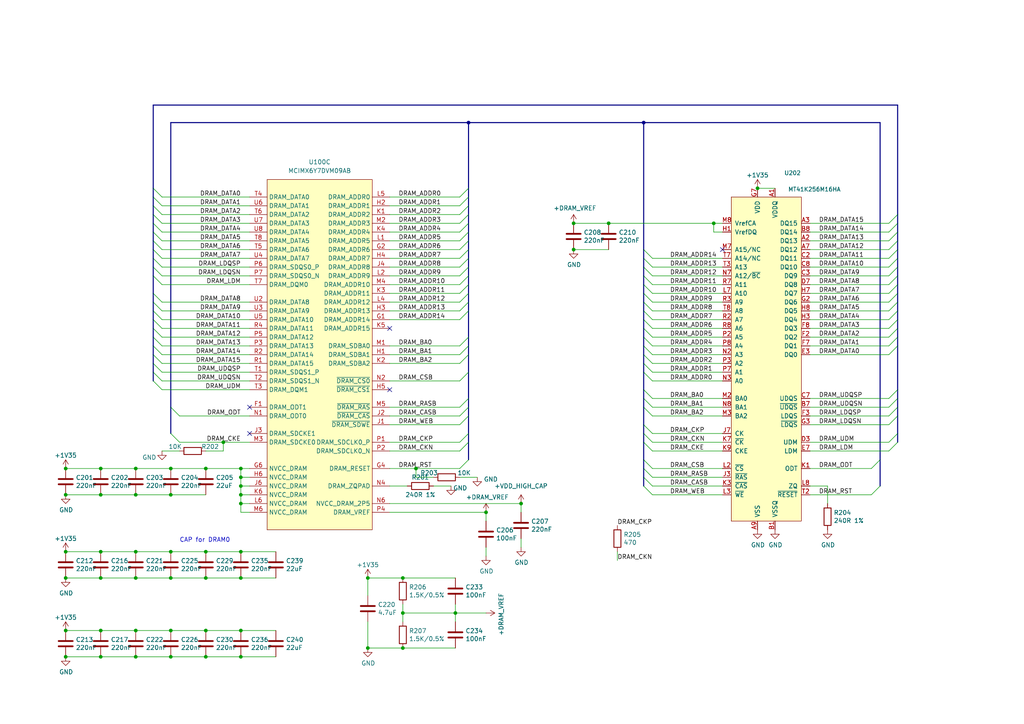
<source format=kicad_sch>
(kicad_sch (version 20211123) (generator eeschema)
  (paper "A4")
  (title_block (title "NekoInk Mainboard") (date "2021-09-28") (rev "R0.2") (company "Copyright 2021 Wenting Zhang") (comment 2 "MERCHANTABILITY, SATISFACTORY QUALITY AND FITNESS FOR A PARTICULAR PURPOSE.") (comment 3 "This source is distributed WITHOUT ANY EXPRESS OR IMPLIED WARRANTY, INCLUDING OF") (comment 4 "This source describes Open Hardware and is licensed under the CERN-OHL-P v2."))
  (junction (at 49.53 160.02) (diameter 0.9144))
  (junction (at 69.85 135.89) (diameter 0.9144))
  (junction (at 176.53 64.77) (diameter 0.9144))
  (junction (at 64.77 128.27) (diameter 0.9144))
  (junction (at 59.69 182.88) (diameter 0.9144))
  (junction (at 186.69 35.56))
  (junction (at 59.69 135.89) (diameter 0.9144))
  (junction (at 69.85 167.64) (diameter 0.9144))
  (junction (at 219.71 54.61) (diameter 0.9144))
  (junction (at 116.84 167.64) (diameter 0.9144))
  (junction (at 116.84 187.96) (diameter 0.9144))
  (junction (at 39.37 135.89) (diameter 0.9144))
  (junction (at 140.97 148.59) (diameter 0.9144))
  (junction (at 49.53 182.88) (diameter 0.9144))
  (junction (at 69.85 190.5) (diameter 0.9144))
  (junction (at 69.85 182.88) (diameter 0.9144))
  (junction (at 29.21 190.5) (diameter 0.9144))
  (junction (at 39.37 190.5) (diameter 0.9144))
  (junction (at 151.13 146.05) (diameter 0.9144))
  (junction (at 19.05 190.5) (diameter 0.9144))
  (junction (at 19.05 160.02) (diameter 0.9144))
  (junction (at 29.21 143.51) (diameter 0.9144))
  (junction (at 106.68 187.96) (diameter 0.9144))
  (junction (at 207.01 64.77) (diameter 0.9144))
  (junction (at 39.37 167.64) (diameter 0.9144))
  (junction (at 59.69 167.64) (diameter 0.9144))
  (junction (at 69.85 138.43) (diameter 0.9144))
  (junction (at 69.85 146.05) (diameter 0.9144))
  (junction (at 49.53 135.89) (diameter 0.9144))
  (junction (at 59.69 190.5) (diameter 0.9144))
  (junction (at 49.53 167.64) (diameter 0.9144))
  (junction (at 135.89 35.56))
  (junction (at 19.05 143.51) (diameter 0.9144))
  (junction (at 166.37 72.39) (diameter 0.9144))
  (junction (at 69.85 160.02) (diameter 0.9144))
  (junction (at 19.05 167.64) (diameter 0.9144))
  (junction (at 39.37 182.88) (diameter 0.9144))
  (junction (at 120.65 135.89) (diameter 0.9144))
  (junction (at 29.21 135.89) (diameter 0.9144))
  (junction (at 106.68 167.64) (diameter 0.9144))
  (junction (at 69.85 140.97) (diameter 0.9144))
  (junction (at 59.69 160.02) (diameter 0.9144))
  (junction (at 69.85 143.51) (diameter 0.9144))
  (junction (at 116.84 177.8) (diameter 0.9144))
  (junction (at 29.21 182.88) (diameter 0.9144))
  (junction (at 49.53 143.51) (diameter 0.9144))
  (junction (at 39.37 143.51) (diameter 0.9144))
  (junction (at 29.21 167.64) (diameter 0.9144))
  (junction (at 19.05 135.89) (diameter 0.9144))
  (junction (at 49.53 190.5) (diameter 0.9144))
  (junction (at 166.37 64.77) (diameter 0.9144))
  (junction (at 132.08 177.8) (diameter 0.9144))
  (junction (at 39.37 160.02) (diameter 0.9144))
  (junction (at 29.21 160.02) (diameter 0.9144))
  (junction (at 19.05 182.88) (diameter 0.9144))
  (no_connect (at 209.55 72.39))
  (no_connect (at 72.39 118.11))
  (no_connect (at 72.39 125.73))
  (no_connect (at 113.03 95.25))
  (no_connect (at 113.03 113.03))
  (bus_entry (at 257.81 87.63) (size 2.54 -2.54) (stroke (width 0.1524)))
  (bus_entry (at 257.81 97.79) (size 2.54 -2.54) (stroke (width 0.1524)))
  (bus_entry (at 46.99 105.41) (size -2.54 -2.54) (stroke (width 0.1524)))
  (bus_entry (at 257.81 118.11) (size 2.54 -2.54) (stroke (width 0.1524)))
  (bus_entry (at 133.35 64.77) (size 2.54 -2.54) (stroke (width 0.1524)))
  (bus_entry (at 257.81 130.81) (size 2.54 -2.54) (stroke (width 0.1524)))
  (bus_entry (at 133.35 87.63) (size 2.54 -2.54) (stroke (width 0.1524)))
  (bus_entry (at 46.99 102.87) (size -2.54 -2.54) (stroke (width 0.1524)))
  (bus_entry (at 133.35 69.85) (size 2.54 -2.54) (stroke (width 0.1524)))
  (bus_entry (at 46.99 69.85) (size -2.54 -2.54) (stroke (width 0.1524)))
  (bus_entry (at 133.35 59.69) (size 2.54 -2.54) (stroke (width 0.1524)))
  (bus_entry (at 133.35 130.81) (size 2.54 -2.54) (stroke (width 0.1524)))
  (bus_entry (at 186.69 72.39) (size 2.54 2.54) (stroke (width 0.1524)))
  (bus_entry (at 257.81 95.25) (size 2.54 -2.54) (stroke (width 0.1524)))
  (bus_entry (at 46.99 57.15) (size -2.54 -2.54) (stroke (width 0.1524)))
  (bus_entry (at 46.99 95.25) (size -2.54 -2.54) (stroke (width 0.1524)))
  (bus_entry (at 186.69 105.41) (size 2.54 2.54) (stroke (width 0.1524)))
  (bus_entry (at 46.99 113.03) (size -2.54 -2.54) (stroke (width 0.1524)))
  (bus_entry (at 186.69 87.63) (size 2.54 2.54) (stroke (width 0.1524)))
  (bus_entry (at 133.35 80.01) (size 2.54 -2.54) (stroke (width 0.1524)))
  (bus_entry (at 46.99 59.69) (size -2.54 -2.54) (stroke (width 0.1524)))
  (bus_entry (at 186.69 77.47) (size 2.54 2.54) (stroke (width 0.1524)))
  (bus_entry (at 133.35 123.19) (size 2.54 -2.54) (stroke (width 0.1524)))
  (bus_entry (at 46.99 67.31) (size -2.54 -2.54) (stroke (width 0.1524)))
  (bus_entry (at 46.99 100.33) (size -2.54 -2.54) (stroke (width 0.1524)))
  (bus_entry (at 133.35 82.55) (size 2.54 -2.54) (stroke (width 0.1524)))
  (bus_entry (at 186.69 90.17) (size 2.54 2.54) (stroke (width 0.1524)))
  (bus_entry (at 133.35 102.87) (size 2.54 -2.54) (stroke (width 0.1524)))
  (bus_entry (at 257.81 64.77) (size 2.54 -2.54) (stroke (width 0.1524)))
  (bus_entry (at 186.69 125.73) (size 2.54 2.54) (stroke (width 0.1524)))
  (bus_entry (at 252.73 135.89) (size 2.54 -2.54) (stroke (width 0.1524)))
  (bus_entry (at 186.69 107.95) (size 2.54 2.54) (stroke (width 0.1524)))
  (bus_entry (at 46.99 77.47) (size -2.54 -2.54) (stroke (width 0.1524)))
  (bus_entry (at 46.99 92.71) (size -2.54 -2.54) (stroke (width 0.1524)))
  (bus_entry (at 257.81 80.01) (size 2.54 -2.54) (stroke (width 0.1524)))
  (bus_entry (at 133.35 135.89) (size 2.54 -2.54) (stroke (width 0.1524)))
  (bus_entry (at 186.69 113.03) (size 2.54 2.54) (stroke (width 0.1524)))
  (bus_entry (at 133.35 57.15) (size 2.54 -2.54) (stroke (width 0.1524)))
  (bus_entry (at 257.81 123.19) (size 2.54 -2.54) (stroke (width 0.1524)))
  (bus_entry (at 46.99 107.95) (size -2.54 -2.54) (stroke (width 0.1524)))
  (bus_entry (at 52.07 128.27) (size -2.54 -2.54) (stroke (width 0.1524)))
  (bus_entry (at 133.35 90.17) (size 2.54 -2.54) (stroke (width 0.1524)))
  (bus_entry (at 257.81 92.71) (size 2.54 -2.54) (stroke (width 0.1524)))
  (bus_entry (at 46.99 97.79) (size -2.54 -2.54) (stroke (width 0.1524)))
  (bus_entry (at 46.99 110.49) (size -2.54 -2.54) (stroke (width 0.1524)))
  (bus_entry (at 186.69 74.93) (size 2.54 2.54) (stroke (width 0.1524)))
  (bus_entry (at 133.35 74.93) (size 2.54 -2.54) (stroke (width 0.1524)))
  (bus_entry (at 133.35 128.27) (size 2.54 -2.54) (stroke (width 0.1524)))
  (bus_entry (at 46.99 74.93) (size -2.54 -2.54) (stroke (width 0.1524)))
  (bus_entry (at 186.69 100.33) (size 2.54 2.54) (stroke (width 0.1524)))
  (bus_entry (at 133.35 85.09) (size 2.54 -2.54) (stroke (width 0.1524)))
  (bus_entry (at 257.81 77.47) (size 2.54 -2.54) (stroke (width 0.1524)))
  (bus_entry (at 133.35 72.39) (size 2.54 -2.54) (stroke (width 0.1524)))
  (bus_entry (at 46.99 87.63) (size -2.54 -2.54) (stroke (width 0.1524)))
  (bus_entry (at 186.69 95.25) (size 2.54 2.54) (stroke (width 0.1524)))
  (bus_entry (at 46.99 72.39) (size -2.54 -2.54) (stroke (width 0.1524)))
  (bus_entry (at 186.69 135.89) (size 2.54 2.54) (stroke (width 0.1524)))
  (bus_entry (at 257.81 69.85) (size 2.54 -2.54) (stroke (width 0.1524)))
  (bus_entry (at 46.99 82.55) (size -2.54 -2.54) (stroke (width 0.1524)))
  (bus_entry (at 133.35 120.65) (size 2.54 -2.54) (stroke (width 0.1524)))
  (bus_entry (at 46.99 80.01) (size -2.54 -2.54) (stroke (width 0.1524)))
  (bus_entry (at 186.69 115.57) (size 2.54 2.54) (stroke (width 0.1524)))
  (bus_entry (at 46.99 62.23) (size -2.54 -2.54) (stroke (width 0.1524)))
  (bus_entry (at 186.69 140.97) (size 2.54 2.54) (stroke (width 0.1524)))
  (bus_entry (at 252.73 143.51) (size 2.54 -2.54) (stroke (width 0.1524)))
  (bus_entry (at 186.69 97.79) (size 2.54 2.54) (stroke (width 0.1524)))
  (bus_entry (at 257.81 128.27) (size 2.54 -2.54) (stroke (width 0.1524)))
  (bus_entry (at 133.35 62.23) (size 2.54 -2.54) (stroke (width 0.1524)))
  (bus_entry (at 257.81 115.57) (size 2.54 -2.54) (stroke (width 0.1524)))
  (bus_entry (at 186.69 85.09) (size 2.54 2.54) (stroke (width 0.1524)))
  (bus_entry (at 257.81 102.87) (size 2.54 -2.54) (stroke (width 0.1524)))
  (bus_entry (at 186.69 133.35) (size 2.54 2.54) (stroke (width 0.1524)))
  (bus_entry (at 186.69 102.87) (size 2.54 2.54) (stroke (width 0.1524)))
  (bus_entry (at 257.81 67.31) (size 2.54 -2.54) (stroke (width 0.1524)))
  (bus_entry (at 257.81 85.09) (size 2.54 -2.54) (stroke (width 0.1524)))
  (bus_entry (at 186.69 82.55) (size 2.54 2.54) (stroke (width 0.1524)))
  (bus_entry (at 257.81 120.65) (size 2.54 -2.54) (stroke (width 0.1524)))
  (bus_entry (at 186.69 128.27) (size 2.54 2.54) (stroke (width 0.1524)))
  (bus_entry (at 133.35 77.47) (size 2.54 -2.54) (stroke (width 0.1524)))
  (bus_entry (at 186.69 123.19) (size 2.54 2.54) (stroke (width 0.1524)))
  (bus_entry (at 133.35 100.33) (size 2.54 -2.54) (stroke (width 0.1524)))
  (bus_entry (at 257.81 100.33) (size 2.54 -2.54) (stroke (width 0.1524)))
  (bus_entry (at 186.69 118.11) (size 2.54 2.54) (stroke (width 0.1524)))
  (bus_entry (at 133.35 92.71) (size 2.54 -2.54) (stroke (width 0.1524)))
  (bus_entry (at 186.69 80.01) (size 2.54 2.54) (stroke (width 0.1524)))
  (bus_entry (at 186.69 92.71) (size 2.54 2.54) (stroke (width 0.1524)))
  (bus_entry (at 46.99 90.17) (size -2.54 -2.54) (stroke (width 0.1524)))
  (bus_entry (at 133.35 105.41) (size 2.54 -2.54) (stroke (width 0.1524)))
  (bus_entry (at 257.81 82.55) (size 2.54 -2.54) (stroke (width 0.1524)))
  (bus_entry (at 133.35 67.31) (size 2.54 -2.54) (stroke (width 0.1524)))
  (bus_entry (at 186.69 138.43) (size 2.54 2.54) (stroke (width 0.1524)))
  (bus_entry (at 52.07 120.65) (size -2.54 -2.54) (stroke (width 0.1524)))
  (bus_entry (at 257.81 72.39) (size 2.54 -2.54) (stroke (width 0.1524)))
  (bus_entry (at 46.99 64.77) (size -2.54 -2.54) (stroke (width 0.1524)))
  (bus_entry (at 257.81 90.17) (size 2.54 -2.54) (stroke (width 0.1524)))
  (bus_entry (at 257.81 74.93) (size 2.54 -2.54) (stroke (width 0.1524)))
  (bus_entry (at 133.35 110.49) (size 2.54 -2.54) (stroke (width 0.1524)))
  (bus_entry (at 133.35 118.11) (size 2.54 -2.54) (stroke (width 0.1524)))
  (bus (pts (xy 44.45 105.41) (xy 44.45 107.95)))
  (wire (pts (xy 234.95 82.55) (xy 257.81 82.55)))
  (bus (pts (xy 186.69 85.09) (xy 186.69 87.63)))
  (bus (pts (xy 260.35 97.79) (xy 260.35 100.33)))
  (bus (pts (xy 255.27 133.35) (xy 255.27 140.97)))
  (bus (pts (xy 260.35 30.48) (xy 260.35 62.23)))
  (wire (pts (xy 234.95 143.51) (xy 252.73 143.51)))
  (wire (pts (xy 189.23 130.81) (xy 209.55 130.81)))
  (wire (pts (xy 69.85 138.43) (xy 69.85 135.89)))
  (wire (pts (xy 133.35 77.47) (xy 113.03 77.47)))
  (bus (pts (xy 135.89 115.57) (xy 135.89 118.11)))
  (bus (pts (xy 186.69 138.43) (xy 186.69 140.97)))
  (wire (pts (xy 72.39 140.97) (xy 69.85 140.97)))
  (wire (pts (xy 106.68 167.64) (xy 106.68 172.72)))
  (bus (pts (xy 186.69 82.55) (xy 186.69 85.09)))
  (wire (pts (xy 120.65 138.43) (xy 120.65 135.89)))
  (wire (pts (xy 125.73 138.43) (xy 120.65 138.43)))
  (bus (pts (xy 49.53 118.11) (xy 49.53 125.73)))
  (bus (pts (xy 260.35 62.23) (xy 260.35 64.77)))
  (wire (pts (xy 176.53 72.39) (xy 166.37 72.39)))
  (wire (pts (xy 189.23 107.95) (xy 209.55 107.95)))
  (bus (pts (xy 186.69 72.39) (xy 186.69 74.93)))
  (wire (pts (xy 29.21 160.02) (xy 19.05 160.02)))
  (bus (pts (xy 44.45 30.48) (xy 260.35 30.48)))
  (wire (pts (xy 72.39 113.03) (xy 46.99 113.03)))
  (bus (pts (xy 44.45 57.15) (xy 44.45 59.69)))
  (wire (pts (xy 72.39 102.87) (xy 46.99 102.87)))
  (bus (pts (xy 44.45 97.79) (xy 44.45 100.33)))
  (wire (pts (xy 234.95 123.19) (xy 257.81 123.19)))
  (wire (pts (xy 69.85 135.89) (xy 72.39 135.89)))
  (wire (pts (xy 234.95 90.17) (xy 257.81 90.17)))
  (bus (pts (xy 44.45 85.09) (xy 44.45 87.63)))
  (bus (pts (xy 135.89 67.31) (xy 135.89 69.85)))
  (bus (pts (xy 44.45 95.25) (xy 44.45 97.79)))
  (wire (pts (xy 120.65 135.89) (xy 113.03 135.89)))
  (wire (pts (xy 133.35 135.89) (xy 120.65 135.89)))
  (bus (pts (xy 260.35 87.63) (xy 260.35 90.17)))
  (wire (pts (xy 72.39 64.77) (xy 46.99 64.77)))
  (bus (pts (xy 135.89 118.11) (xy 135.89 120.65)))
  (wire (pts (xy 72.39 100.33) (xy 46.99 100.33)))
  (wire (pts (xy 133.35 102.87) (xy 113.03 102.87)))
  (wire (pts (xy 133.35 100.33) (xy 113.03 100.33)))
  (wire (pts (xy 64.77 130.81) (xy 59.69 130.81)))
  (wire (pts (xy 29.21 190.5) (xy 39.37 190.5)))
  (wire (pts (xy 72.39 59.69) (xy 46.99 59.69)))
  (wire (pts (xy 29.21 143.51) (xy 19.05 143.51)))
  (bus (pts (xy 135.89 35.56) (xy 186.69 35.56)))
  (bus (pts (xy 186.69 35.56) (xy 255.27 35.56)))
  (wire (pts (xy 69.85 146.05) (xy 72.39 146.05)))
  (wire (pts (xy 189.23 128.27) (xy 209.55 128.27)))
  (bus (pts (xy 260.35 92.71) (xy 260.35 95.25)))
  (bus (pts (xy 260.35 74.93) (xy 260.35 77.47)))
  (wire (pts (xy 234.95 72.39) (xy 257.81 72.39)))
  (wire (pts (xy 140.97 161.29) (xy 140.97 158.75)))
  (bus (pts (xy 44.45 72.39) (xy 44.45 74.93)))
  (wire (pts (xy 69.85 182.88) (xy 59.69 182.88)))
  (wire (pts (xy 72.39 138.43) (xy 69.85 138.43)))
  (wire (pts (xy 69.85 143.51) (xy 69.85 140.97)))
  (wire (pts (xy 189.23 87.63) (xy 209.55 87.63)))
  (wire (pts (xy 189.23 85.09) (xy 209.55 85.09)))
  (wire (pts (xy 72.39 105.41) (xy 46.99 105.41)))
  (bus (pts (xy 260.35 115.57) (xy 260.35 118.11)))
  (wire (pts (xy 189.23 100.33) (xy 209.55 100.33)))
  (wire (pts (xy 106.68 167.64) (xy 116.84 167.64)))
  (wire (pts (xy 189.23 138.43) (xy 209.55 138.43)))
  (wire (pts (xy 133.35 57.15) (xy 113.03 57.15)))
  (bus (pts (xy 260.35 118.11) (xy 260.35 120.65)))
  (bus (pts (xy 260.35 82.55) (xy 260.35 85.09)))
  (wire (pts (xy 72.39 74.93) (xy 46.99 74.93)))
  (bus (pts (xy 260.35 90.17) (xy 260.35 92.71)))
  (bus (pts (xy 186.69 100.33) (xy 186.69 102.87)))
  (wire (pts (xy 72.39 57.15) (xy 46.99 57.15)))
  (wire (pts (xy 29.21 182.88) (xy 39.37 182.88)))
  (bus (pts (xy 135.89 87.63) (xy 135.89 90.17)))
  (wire (pts (xy 80.01 190.5) (xy 69.85 190.5)))
  (bus (pts (xy 44.45 90.17) (xy 44.45 92.71)))
  (bus (pts (xy 44.45 69.85) (xy 44.45 72.39)))
  (wire (pts (xy 72.39 77.47) (xy 46.99 77.47)))
  (wire (pts (xy 72.39 62.23) (xy 46.99 62.23)))
  (wire (pts (xy 29.21 135.89) (xy 39.37 135.89)))
  (bus (pts (xy 135.89 59.69) (xy 135.89 62.23)))
  (wire (pts (xy 113.03 146.05) (xy 151.13 146.05)))
  (wire (pts (xy 219.71 54.61) (xy 224.79 54.61)))
  (bus (pts (xy 260.35 64.77) (xy 260.35 67.31)))
  (wire (pts (xy 72.39 95.25) (xy 46.99 95.25)))
  (wire (pts (xy 116.84 175.26) (xy 116.84 177.8)))
  (bus (pts (xy 135.89 90.17) (xy 135.89 97.79)))
  (bus (pts (xy 44.45 30.48) (xy 44.45 54.61)))
  (wire (pts (xy 189.23 77.47) (xy 209.55 77.47)))
  (wire (pts (xy 133.35 64.77) (xy 113.03 64.77)))
  (wire (pts (xy 132.08 187.96) (xy 116.84 187.96)))
  (bus (pts (xy 44.45 62.23) (xy 44.45 64.77)))
  (bus (pts (xy 44.45 59.69) (xy 44.45 62.23)))
  (bus (pts (xy 186.69 90.17) (xy 186.69 92.71)))
  (wire (pts (xy 240.03 140.97) (xy 240.03 146.05)))
  (wire (pts (xy 39.37 135.89) (xy 49.53 135.89)))
  (wire (pts (xy 59.69 135.89) (xy 69.85 135.89)))
  (wire (pts (xy 133.35 85.09) (xy 113.03 85.09)))
  (wire (pts (xy 133.35 82.55) (xy 113.03 82.55)))
  (wire (pts (xy 106.68 180.34) (xy 106.68 187.96)))
  (wire (pts (xy 72.39 67.31) (xy 46.99 67.31)))
  (bus (pts (xy 135.89 69.85) (xy 135.89 72.39)))
  (bus (pts (xy 44.45 100.33) (xy 44.45 102.87)))
  (wire (pts (xy 80.01 167.64) (xy 69.85 167.64)))
  (bus (pts (xy 255.27 35.56) (xy 255.27 133.35)))
  (wire (pts (xy 72.39 72.39) (xy 46.99 72.39)))
  (bus (pts (xy 186.69 128.27) (xy 186.69 133.35)))
  (wire (pts (xy 39.37 143.51) (xy 29.21 143.51)))
  (wire (pts (xy 29.21 160.02) (xy 39.37 160.02)))
  (wire (pts (xy 234.95 95.25) (xy 257.81 95.25)))
  (bus (pts (xy 135.89 62.23) (xy 135.89 64.77)))
  (wire (pts (xy 189.23 97.79) (xy 209.55 97.79)))
  (bus (pts (xy 44.45 87.63) (xy 44.45 90.17)))
  (bus (pts (xy 186.69 95.25) (xy 186.69 97.79)))
  (wire (pts (xy 189.23 80.01) (xy 209.55 80.01)))
  (wire (pts (xy 179.07 160.02) (xy 179.07 162.56)))
  (wire (pts (xy 234.95 102.87) (xy 257.81 102.87)))
  (bus (pts (xy 260.35 72.39) (xy 260.35 74.93)))
  (wire (pts (xy 189.23 105.41) (xy 209.55 105.41)))
  (wire (pts (xy 49.53 167.64) (xy 39.37 167.64)))
  (wire (pts (xy 133.35 92.71) (xy 113.03 92.71)))
  (wire (pts (xy 133.35 105.41) (xy 113.03 105.41)))
  (bus (pts (xy 135.89 72.39) (xy 135.89 74.93)))
  (wire (pts (xy 72.39 97.79) (xy 46.99 97.79)))
  (wire (pts (xy 133.35 130.81) (xy 113.03 130.81)))
  (bus (pts (xy 44.45 80.01) (xy 44.45 85.09)))
  (wire (pts (xy 72.39 90.17) (xy 46.99 90.17)))
  (wire (pts (xy 29.21 190.5) (xy 19.05 190.5)))
  (wire (pts (xy 133.35 69.85) (xy 113.03 69.85)))
  (wire (pts (xy 140.97 177.8) (xy 132.08 177.8)))
  (wire (pts (xy 59.69 160.02) (xy 49.53 160.02)))
  (wire (pts (xy 80.01 182.88) (xy 69.85 182.88)))
  (bus (pts (xy 44.45 102.87) (xy 44.45 105.41)))
  (wire (pts (xy 132.08 177.8) (xy 132.08 180.34)))
  (bus (pts (xy 186.69 118.11) (xy 186.69 123.19)))
  (wire (pts (xy 113.03 148.59) (xy 140.97 148.59)))
  (bus (pts (xy 44.45 64.77) (xy 44.45 67.31)))
  (bus (pts (xy 135.89 57.15) (xy 135.89 59.69)))
  (wire (pts (xy 133.35 87.63) (xy 113.03 87.63)))
  (bus (pts (xy 186.69 35.56) (xy 186.69 72.39)))
  (bus (pts (xy 186.69 125.73) (xy 186.69 128.27)))
  (bus (pts (xy 135.89 80.01) (xy 135.89 82.55)))
  (wire (pts (xy 69.85 140.97) (xy 69.85 138.43)))
  (wire (pts (xy 116.84 177.8) (xy 116.84 180.34)))
  (wire (pts (xy 29.21 167.64) (xy 19.05 167.64)))
  (wire (pts (xy 189.23 102.87) (xy 209.55 102.87)))
  (wire (pts (xy 234.95 140.97) (xy 240.03 140.97)))
  (wire (pts (xy 69.85 167.64) (xy 59.69 167.64)))
  (wire (pts (xy 72.39 80.01) (xy 46.99 80.01)))
  (bus (pts (xy 186.69 97.79) (xy 186.69 100.33)))
  (bus (pts (xy 260.35 113.03) (xy 260.35 115.57)))
  (bus (pts (xy 135.89 128.27) (xy 135.89 133.35)))
  (bus (pts (xy 186.69 105.41) (xy 186.69 107.95)))
  (wire (pts (xy 189.23 120.65) (xy 209.55 120.65)))
  (wire (pts (xy 189.23 92.71) (xy 209.55 92.71)))
  (wire (pts (xy 132.08 175.26) (xy 132.08 177.8)))
  (bus (pts (xy 49.53 35.56) (xy 49.53 118.11)))
  (bus (pts (xy 49.53 35.56) (xy 135.89 35.56)))
  (wire (pts (xy 234.95 67.31) (xy 257.81 67.31)))
  (wire (pts (xy 72.39 110.49) (xy 46.99 110.49)))
  (bus (pts (xy 260.35 67.31) (xy 260.35 69.85)))
  (wire (pts (xy 72.39 69.85) (xy 46.99 69.85)))
  (bus (pts (xy 44.45 74.93) (xy 44.45 77.47)))
  (bus (pts (xy 44.45 107.95) (xy 44.45 110.49)))
  (wire (pts (xy 234.95 92.71) (xy 257.81 92.71)))
  (wire (pts (xy 234.95 80.01) (xy 257.81 80.01)))
  (bus (pts (xy 135.89 97.79) (xy 135.89 100.33)))
  (wire (pts (xy 69.85 143.51) (xy 72.39 143.51)))
  (wire (pts (xy 234.95 128.27) (xy 257.81 128.27)))
  (bus (pts (xy 260.35 100.33) (xy 260.35 113.03)))
  (wire (pts (xy 69.85 190.5) (xy 59.69 190.5)))
  (wire (pts (xy 189.23 110.49) (xy 209.55 110.49)))
  (wire (pts (xy 252.73 135.89) (xy 234.95 135.89)))
  (wire (pts (xy 234.95 87.63) (xy 257.81 87.63)))
  (wire (pts (xy 234.95 77.47) (xy 257.81 77.47)))
  (wire (pts (xy 80.01 160.02) (xy 69.85 160.02)))
  (wire (pts (xy 52.07 130.81) (xy 46.99 130.81)))
  (bus (pts (xy 135.89 35.56) (xy 135.89 54.61)))
  (wire (pts (xy 59.69 190.5) (xy 49.53 190.5)))
  (wire (pts (xy 133.35 128.27) (xy 113.03 128.27)))
  (wire (pts (xy 234.95 64.77) (xy 257.81 64.77)))
  (bus (pts (xy 186.69 115.57) (xy 186.69 118.11)))
  (wire (pts (xy 234.95 69.85) (xy 257.81 69.85)))
  (wire (pts (xy 234.95 85.09) (xy 257.81 85.09)))
  (bus (pts (xy 186.69 87.63) (xy 186.69 90.17)))
  (wire (pts (xy 72.39 87.63) (xy 46.99 87.63)))
  (wire (pts (xy 69.85 146.05) (xy 69.85 143.51)))
  (wire (pts (xy 234.95 100.33) (xy 257.81 100.33)))
  (wire (pts (xy 234.95 120.65) (xy 257.81 120.65)))
  (bus (pts (xy 186.69 77.47) (xy 186.69 80.01)))
  (bus (pts (xy 186.69 92.71) (xy 186.69 95.25)))
  (wire (pts (xy 189.23 118.11) (xy 209.55 118.11)))
  (bus (pts (xy 135.89 85.09) (xy 135.89 87.63)))
  (wire (pts (xy 133.35 110.49) (xy 113.03 110.49)))
  (wire (pts (xy 29.21 167.64) (xy 39.37 167.64)))
  (wire (pts (xy 133.35 80.01) (xy 113.03 80.01)))
  (wire (pts (xy 189.23 74.93) (xy 209.55 74.93)))
  (bus (pts (xy 186.69 113.03) (xy 186.69 115.57)))
  (wire (pts (xy 59.69 143.51) (xy 49.53 143.51)))
  (wire (pts (xy 234.95 118.11) (xy 257.81 118.11)))
  (wire (pts (xy 49.53 143.51) (xy 39.37 143.51)))
  (wire (pts (xy 39.37 182.88) (xy 49.53 182.88)))
  (bus (pts (xy 186.69 123.19) (xy 186.69 125.73)))
  (wire (pts (xy 116.84 167.64) (xy 132.08 167.64)))
  (bus (pts (xy 135.89 74.93) (xy 135.89 77.47)))
  (wire (pts (xy 133.35 74.93) (xy 113.03 74.93)))
  (wire (pts (xy 189.23 115.57) (xy 209.55 115.57)))
  (wire (pts (xy 72.39 107.95) (xy 46.99 107.95)))
  (wire (pts (xy 39.37 160.02) (xy 49.53 160.02)))
  (wire (pts (xy 49.53 135.89) (xy 59.69 135.89)))
  (bus (pts (xy 135.89 125.73) (xy 135.89 128.27)))
  (bus (pts (xy 260.35 69.85) (xy 260.35 72.39)))
  (wire (pts (xy 189.23 143.51) (xy 209.55 143.51)))
  (bus (pts (xy 186.69 135.89) (xy 186.69 138.43)))
  (wire (pts (xy 133.35 123.19) (xy 113.03 123.19)))
  (wire (pts (xy 72.39 92.71) (xy 46.99 92.71)))
  (bus (pts (xy 260.35 80.01) (xy 260.35 82.55)))
  (bus (pts (xy 260.35 95.25) (xy 260.35 97.79)))
  (wire (pts (xy 69.85 148.59) (xy 72.39 148.59)))
  (wire (pts (xy 133.35 138.43) (xy 138.43 138.43)))
  (bus (pts (xy 186.69 107.95) (xy 186.69 113.03)))
  (wire (pts (xy 133.35 72.39) (xy 113.03 72.39)))
  (wire (pts (xy 19.05 135.89) (xy 29.21 135.89)))
  (wire (pts (xy 234.95 130.81) (xy 257.81 130.81)))
  (bus (pts (xy 135.89 120.65) (xy 135.89 125.73)))
  (wire (pts (xy 116.84 187.96) (xy 106.68 187.96)))
  (wire (pts (xy 49.53 190.5) (xy 39.37 190.5)))
  (wire (pts (xy 72.39 82.55) (xy 46.99 82.55)))
  (bus (pts (xy 44.45 77.47) (xy 44.45 80.01)))
  (wire (pts (xy 69.85 148.59) (xy 69.85 146.05)))
  (bus (pts (xy 260.35 85.09) (xy 260.35 87.63)))
  (wire (pts (xy 64.77 128.27) (xy 64.77 130.81)))
  (wire (pts (xy 176.53 64.77) (xy 207.01 64.77)))
  (wire (pts (xy 207.01 64.77) (xy 209.55 64.77)))
  (wire (pts (xy 133.35 67.31) (xy 113.03 67.31)))
  (wire (pts (xy 116.84 177.8) (xy 132.08 177.8)))
  (wire (pts (xy 189.23 95.25) (xy 209.55 95.25)))
  (wire (pts (xy 133.35 59.69) (xy 113.03 59.69)))
  (bus (pts (xy 260.35 77.47) (xy 260.35 80.01)))
  (bus (pts (xy 135.89 64.77) (xy 135.89 67.31)))
  (bus (pts (xy 135.89 54.61) (xy 135.89 57.15)))
  (wire (pts (xy 59.69 167.64) (xy 49.53 167.64)))
  (bus (pts (xy 135.89 102.87) (xy 135.89 107.95)))
  (bus (pts (xy 186.69 133.35) (xy 186.69 135.89)))
  (bus (pts (xy 186.69 74.93) (xy 186.69 77.47)))
  (bus (pts (xy 44.45 54.61) (xy 44.45 57.15)))
  (wire (pts (xy 189.23 90.17) (xy 209.55 90.17)))
  (wire (pts (xy 189.23 140.97) (xy 209.55 140.97)))
  (wire (pts (xy 125.73 140.97) (xy 130.81 140.97)))
  (wire (pts (xy 133.35 120.65) (xy 113.03 120.65)))
  (wire (pts (xy 52.07 128.27) (xy 64.77 128.27)))
  (wire (pts (xy 64.77 128.27) (xy 72.39 128.27)))
  (wire (pts (xy 133.35 90.17) (xy 113.03 90.17)))
  (wire (pts (xy 207.01 67.31) (xy 207.01 64.77)))
  (wire (pts (xy 209.55 67.31) (xy 207.01 67.31)))
  (wire (pts (xy 59.69 182.88) (xy 49.53 182.88)))
  (wire (pts (xy 234.95 97.79) (xy 257.81 97.79)))
  (bus (pts (xy 135.89 77.47) (xy 135.89 80.01)))
  (wire (pts (xy 52.07 120.65) (xy 72.39 120.65)))
  (wire (pts (xy 113.03 140.97) (xy 118.11 140.97)))
  (bus (pts (xy 44.45 67.31) (xy 44.45 69.85)))
  (wire (pts (xy 140.97 151.13) (xy 140.97 148.59)))
  (bus (pts (xy 135.89 107.95) (xy 135.89 115.57)))
  (wire (pts (xy 234.95 115.57) (xy 257.81 115.57)))
  (wire (pts (xy 29.21 182.88) (xy 19.05 182.88)))
  (bus (pts (xy 135.89 82.55) (xy 135.89 85.09)))
  (wire (pts (xy 69.85 160.02) (xy 59.69 160.02)))
  (bus (pts (xy 135.89 100.33) (xy 135.89 102.87)))
  (bus (pts (xy 260.35 120.65) (xy 260.35 125.73)))
  (wire (pts (xy 133.35 118.11) (xy 113.03 118.11)))
  (bus (pts (xy 186.69 80.01) (xy 186.69 82.55)))
  (wire (pts (xy 151.13 148.59) (xy 151.13 146.05)))
  (wire (pts (xy 133.35 62.23) (xy 113.03 62.23)))
  (bus (pts (xy 260.35 125.73) (xy 260.35 128.27)))
  (wire (pts (xy 189.23 125.73) (xy 209.55 125.73)))
  (wire (pts (xy 189.23 82.55) (xy 209.55 82.55)))
  (bus (pts (xy 186.69 102.87) (xy 186.69 105.41)))
  (wire (pts (xy 151.13 156.21) (xy 151.13 158.75)))
  (wire (pts (xy 234.95 74.93) (xy 257.81 74.93)))
  (bus (pts (xy 44.45 92.71) (xy 44.45 95.25)))
  (wire (pts (xy 189.23 135.89) (xy 209.55 135.89)))
  (wire (pts (xy 166.37 64.77) (xy 176.53 64.77)))
  (text "CAP for DRAM0" (at 52.07 157.48 0) (effects (font (size 1.27 1.27)) (justify left bottom)))
  (label "DRAM_ADDR10" (at 115.57 82.55 0))
  (label "DRAM_DATA11" (at 237.49 74.93 0))
  (label "DRAM_DATA7" (at 237.49 85.09 0))
  (label "DRAM_DATA5" (at 69.85 69.85 180))
  (label "DRAM_RST" (at 115.57 135.89 0))
  (label "DRAM_CASB" (at 115.57 120.65 0))
  (label "DRAM_UDM" (at 237.49 128.27 0))
  (label "DRAM_CKN" (at 194.31 128.27 0))
  (label "DRAM_ADDR1" (at 115.57 59.69 0))
  (label "DRAM_ADDR3" (at 115.57 64.77 0))
  (label "DRAM_CSB" (at 194.31 135.89 0))
  (label "DRAM_DATA15" (at 237.49 64.77 0))
  (label "DRAM_DATA10" (at 237.49 77.47 0))
  (label "DRAM_CASB" (at 194.31 140.97 0))
  (label "DRAM_DATA12" (at 69.85 97.79 180))
  (label "DRAM_ADDR4" (at 194.31 100.33 0))
  (label "DRAM_LDQSP" (at 69.85 77.47 180))
  (label "DRAM_ADDR7" (at 115.57 74.93 0))
  (label "DRAM_ADDR0" (at 194.31 110.49 0))
  (label "DRAM_LDM" (at 69.85 82.55 180))
  (label "DRAM_ADDR14" (at 194.31 74.93 0))
  (label "DRAM_ADDR0" (at 115.57 57.15 0))
  (label "DRAM_ADDR5" (at 194.31 97.79 0))
  (label "DRAM_DATA14" (at 69.85 102.87 180))
  (label "DRAM_RASB" (at 115.57 118.11 0))
  (label "DRAM_LDM" (at 237.49 130.81 0))
  (label "DRAM_DATA9" (at 237.49 80.01 0))
  (label "DRAM_RASB" (at 194.31 138.43 0))
  (label "DRAM_DATA2" (at 69.85 62.23 180))
  (label "DRAM_DATA14" (at 237.49 67.31 0))
  (label "DRAM_DATA0" (at 237.49 102.87 0))
  (label "DRAM_DATA12" (at 237.49 72.39 0))
  (label "DRAM_BA0" (at 194.31 115.57 0))
  (label "DRAM_CKP" (at 194.31 125.73 0))
  (label "DRAM_DATA15" (at 69.85 105.41 180))
  (label "DRAM_DATA8" (at 237.49 82.55 0))
  (label "DRAM_CKN" (at 115.57 130.81 0))
  (label "DRAM_ADDR2" (at 194.31 105.41 0))
  (label "DRAM_ADDR8" (at 115.57 77.47 0))
  (label "DRAM_DATA3" (at 237.49 95.25 0))
  (label "DRAM_DATA7" (at 69.85 74.93 180))
  (label "DRAM_ADDR13" (at 115.57 90.17 0))
  (label "DRAM_ADDR5" (at 115.57 69.85 0))
  (label "DRAM_DATA3" (at 69.85 64.77 180))
  (label "DRAM_ADDR11" (at 194.31 82.55 0))
  (label "DRAM_DATA13" (at 237.49 69.85 0))
  (label "DRAM_ADDR4" (at 115.57 67.31 0))
  (label "DRAM_ADDR12" (at 115.57 87.63 0))
  (label "DRAM_ODT" (at 237.49 135.89 0))
  (label "DRAM_DATA11" (at 69.85 95.25 180))
  (label "DRAM_ADDR2" (at 115.57 62.23 0))
  (label "DRAM_ADDR14" (at 115.57 92.71 0))
  (label "DRAM_ADDR8" (at 194.31 90.17 0))
  (label "DRAM_ADDR7" (at 194.31 92.71 0))
  (label "DRAM_CKE" (at 194.31 130.81 0))
  (label "DRAM_DATA6" (at 237.49 87.63 0))
  (label "DRAM_BA1" (at 115.57 102.87 0))
  (label "DRAM_WEB" (at 194.31 143.51 0))
  (label "DRAM_LDQSP" (at 237.49 120.65 0))
  (label "DRAM_ADDR1" (at 194.31 107.95 0))
  (label "DRAM_DATA1" (at 237.49 100.33 0))
  (label "DRAM_DATA4" (at 237.49 92.71 0))
  (label "DRAM_DATA4" (at 69.85 67.31 180))
  (label "DRAM_ODT" (at 69.85 120.65 180))
  (label "DRAM_CKE" (at 69.85 128.27 180))
  (label "DRAM_ADDR11" (at 115.57 85.09 0))
  (label "DRAM_ADDR9" (at 115.57 80.01 0))
  (label "DRAM_UDQSP" (at 237.49 115.57 0))
  (label "DRAM_BA1" (at 194.31 118.11 0))
  (label "DRAM_DATA13" (at 69.85 100.33 180))
  (label "DRAM_DATA2" (at 237.49 97.79 0))
  (label "DRAM_CSB" (at 115.57 110.49 0))
  (label "DRAM_DATA6" (at 69.85 72.39 180))
  (label "DRAM_ADDR6" (at 115.57 72.39 0))
  (label "DRAM_DATA1" (at 69.85 59.69 180))
  (label "DRAM_DATA8" (at 69.85 87.63 180))
  (label "DRAM_DATA5" (at 237.49 90.17 0))
  (label "DRAM_RST" (at 237.49 143.51 0))
  (label "DRAM_CKP" (at 179.07 152.4 0))
  (label "DRAM_ADDR13" (at 194.31 77.47 0))
  (label "DRAM_ADDR9" (at 194.31 87.63 0))
  (label "DRAM_WEB" (at 115.57 123.19 0))
  (label "DRAM_BA0" (at 115.57 100.33 0))
  (label "DRAM_UDM" (at 69.85 113.03 180))
  (label "DRAM_DATA9" (at 69.85 90.17 180))
  (label "DRAM_BA2" (at 115.57 105.41 0))
  (label "DRAM_CKN" (at 179.07 162.56 0))
  (label "DRAM_UDQSN" (at 69.85 110.49 180))
  (label "DRAM_CKP" (at 115.57 128.27 0))
  (label "DRAM_DATA0" (at 69.85 57.15 180))
  (label "DRAM_ADDR3" (at 194.31 102.87 0))
  (label "DRAM_UDQSN" (at 237.49 118.11 0))
  (label "DRAM_ADDR10" (at 194.31 85.09 0))
  (label "DRAM_UDQSP" (at 69.85 107.95 180))
  (label "DRAM_LDQSN" (at 237.49 123.19 0))
  (label "DRAM_DATA10" (at 69.85 92.71 180))
  (label "DRAM_LDQSN" (at 69.85 80.01 180))
  (label "DRAM_ADDR6" (at 194.31 95.25 0))
  (label "DRAM_ADDR12" (at 194.31 80.01 0))
  (label "DRAM_BA2" (at 194.31 120.65 0))
  (symbol (lib_id "Device:C") (at 59.69 163.83 0) (unit 1)
    (property "Reference" "C229" (at 62.611 162.6616 0) (effects (justify left)))
    (property "Value" "220nF" (at 62.611 164.973 0) (effects (justify left)))
    (property "Footprint" "Capacitor_SMD:C_0402_1005Metric" (effects hide))
  )
  (symbol (lib_id "Device:C") (at 49.53 139.7 0) (unit 1)
    (property "Reference" "C204" (at 52.451 138.5316 0) (effects (justify left)))
    (property "Value" "220nF" (at 52.451 140.843 0) (effects (justify left)))
    (property "Footprint" "Capacitor_SMD:C_0402_1005Metric" (effects hide))
  )
  (symbol (lib_id "Device:C") (at 166.37 68.58 0) (unit 1)
    (property "Reference" "C208" (at 169.291 67.4116 0) (effects (justify left)))
    (property "Value" "220nF" (at 169.291 69.723 0) (effects (justify left)))
    (property "Footprint" "Capacitor_SMD:C_0402_1005Metric" (effects hide))
  )
  (symbol (lib_id "Device:C") (at 151.13 152.4 0) (unit 1)
    (property "Reference" "C207" (at 154.051 151.2316 0) (effects (justify left)))
    (property "Value" "220nF" (at 154.051 153.543 0) (effects (justify left)))
    (property "Footprint" "Capacitor_SMD:C_0402_1005Metric" (effects hide))
  )
  (symbol (lib_id "power:GND") (at 140.97 161.29 0) (unit 1)
    (property "Reference" "#PWR0207" (effects hide))
    (property "Value" "GND" (at 141.097 165.6842 0))
  )
  (symbol (lib_id "power:+1V35") (at 19.05 160.02 0) (unit 1)
    (property "Reference" "#PWR0222" (effects hide))
    (property "Value" "+1V35" (at 19.05 156.21 0))
  )
  (symbol (lib_id "power:GND") (at 224.79 153.67 0) (unit 1)
    (property "Reference" "#PWR0218" (effects hide))
    (property "Value" "GND" (at 224.917 158.0642 0))
  )
  (symbol (lib_id "power:+1V35") (at 219.71 54.61 0) (unit 1)
    (property "Reference" "#PWR0214" (effects hide))
    (property "Value" "+1V35" (at 219.71 50.8 0))
  )
  (symbol (lib_id "Device:C") (at 19.05 163.83 0) (unit 1)
    (property "Reference" "C212" (at 21.971 162.6616 0) (effects (justify left)))
    (property "Value" "220nF" (at 21.971 164.973 0) (effects (justify left)))
    (property "Footprint" "Capacitor_SMD:C_0402_1005Metric" (effects hide))
  )
  (symbol (lib_id "power:+1V35") (at 106.68 167.64 0) (unit 1)
    (property "Reference" "#PWR0230" (effects hide))
    (property "Value" "+1V35" (at 106.68 163.83 0))
  )
  (symbol (lib_id "Device:C") (at 69.85 186.69 0) (unit 1)
    (property "Reference" "C236" (at 72.771 185.5216 0) (effects (justify left)))
    (property "Value" "220nF" (at 72.771 187.833 0) (effects (justify left)))
    (property "Footprint" "Capacitor_SMD:C_0402_1005Metric" (effects hide))
  )
  (symbol (lib_id "Device:C") (at 80.01 163.83 0) (unit 1)
    (property "Reference" "C239" (at 82.931 162.6616 0) (effects (justify left)))
    (property "Value" "22uF" (at 82.931 164.973 0) (effects (justify left)))
    (property "Footprint" "Capacitor_SMD:C_0603_1608Metric" (effects hide))
  )
  (symbol (lib_id "power:+1V35") (at 19.05 135.89 0) (unit 1)
    (property "Reference" "#PWR0154" (effects hide))
    (property "Value" "+1V35" (at 19.05 132.08 0))
  )
  (symbol (lib_id "symbols:+DRAM_VREF") (at 140.97 148.59 0) (unit 1)
    (property "Reference" "#PWR0206" (effects hide))
    (property "Value" "+DRAM_VREF" (at 141.351 144.1958 0))
  )
  (symbol (lib_id "Device:C") (at 176.53 68.58 0) (unit 1)
    (property "Reference" "C210" (at 179.451 67.4116 0) (effects (justify left)))
    (property "Value" "220nF" (at 179.451 69.723 0) (effects (justify left)))
    (property "Footprint" "Capacitor_SMD:C_0402_1005Metric" (effects hide))
  )
  (symbol (lib_id "Device:C") (at 69.85 163.83 0) (unit 1)
    (property "Reference" "C235" (at 72.771 162.6616 0) (effects (justify left)))
    (property "Value" "220nF" (at 72.771 164.973 0) (effects (justify left)))
    (property "Footprint" "Capacitor_SMD:C_0402_1005Metric" (effects hide))
  )
  (symbol (lib_id "Device:R") (at 179.07 156.21 0) (unit 1)
    (property "Reference" "R205" (at 180.848 155.0416 0) (effects (justify left)))
    (property "Value" "470" (at 180.848 157.353 0) (effects (justify left)))
    (property "Footprint" "Resistor_SMD:R_0402_1005Metric" (effects hide))
  )
  (symbol (lib_id "Device:C") (at 49.53 163.83 0) (unit 1)
    (property "Reference" "C225" (at 52.451 162.6616 0) (effects (justify left)))
    (property "Value" "220nF" (at 52.451 164.973 0) (effects (justify left)))
    (property "Footprint" "Capacitor_SMD:C_0402_1005Metric" (effects hide))
  )
  (symbol (lib_id "symbols:MCIMX6Y7DVM09AB") (at 92.71 46.99 0) (mirror y) (unit 3)
    (property "Reference" "U100" (at 92.71 46.99 0))
    (property "Value" "MCIMX6Y7DVM09AB" (at 92.71 49.53 0))
    (property "Footprint" "footprints:BGA-289_17x17_14.0x14.0mm" (effects hide))
  )
  (symbol (lib_id "Device:C") (at 59.69 139.7 0) (unit 1)
    (property "Reference" "C205" (at 62.611 138.5316 0) (effects (justify left)))
    (property "Value" "22uF" (at 62.611 140.843 0) (effects (justify left)))
    (property "Footprint" "Capacitor_SMD:C_0603_1608Metric" (effects hide))
  )
  (symbol (lib_id "power:GND") (at 106.68 187.96 0) (unit 1)
    (property "Reference" "#PWR0231" (effects hide))
    (property "Value" "GND" (at 106.807 192.3542 0))
  )
  (symbol (lib_id "Device:C") (at 106.68 176.53 0) (unit 1)
    (property "Reference" "C220" (at 109.601 175.3616 0) (effects (justify left)))
    (property "Value" "4.7uF" (at 109.601 177.673 0) (effects (justify left)))
    (property "Footprint" "Capacitor_SMD:C_0603_1608Metric" (effects hide))
  )
  (symbol (lib_id "Device:C") (at 59.69 186.69 0) (unit 1)
    (property "Reference" "C230" (at 62.611 185.5216 0) (effects (justify left)))
    (property "Value" "220nF" (at 62.611 187.833 0) (effects (justify left)))
    (property "Footprint" "Capacitor_SMD:C_0402_1005Metric" (effects hide))
  )
  (symbol (lib_id "power:GND") (at 219.71 153.67 0) (unit 1)
    (property "Reference" "#PWR0215" (effects hide))
    (property "Value" "GND" (at 219.837 158.0642 0))
  )
  (symbol (lib_id "Device:R") (at 240.03 149.86 0) (unit 1)
    (property "Reference" "R204" (at 241.808 148.6916 0) (effects (justify left)))
    (property "Value" "240R 1%" (at 241.808 151.003 0) (effects (justify left)))
    (property "Footprint" "Resistor_SMD:R_0402_1005Metric" (effects hide))
  )
  (symbol (lib_id "power:+1V35") (at 19.05 182.88 0) (unit 1)
    (property "Reference" "#PWR0224" (effects hide))
    (property "Value" "+1V35" (at 19.05 179.07 0))
  )
  (symbol (lib_id "power:GND") (at 240.03 153.67 0) (unit 1)
    (property "Reference" "#PWR0220" (effects hide))
    (property "Value" "GND" (at 240.157 158.0642 0))
  )
  (symbol (lib_id "symbols:+DRAM_VREF") (at 166.37 64.77 0) (unit 1)
    (property "Reference" "#PWR0210" (effects hide))
    (property "Value" "+DRAM_VREF" (at 166.751 60.3758 0))
  )
  (symbol (lib_id "symbols:MT41K256M16HA") (at 222.25 54.61 0) (unit 1)
    (property "Reference" "U202" (at 229.87 50.165 0) (effects (font (size 1.1938 1.1938))))
    (property "Value" "MT41K256M16HA" (at 236.22 54.9148 0) (effects (font (size 1.1938 1.1938))))
    (property "Footprint" "footprints:BGA-96_9.0x14.0mm_P0.8mm" (effects hide))
  )
  (symbol (lib_id "Device:R") (at 55.88 130.81 90) (mirror x) (unit 1)
    (property "Reference" "R202" (at 60.96 129.54 90))
    (property "Value" "10K" (at 50.8 129.54 90))
    (property "Footprint" "Resistor_SMD:R_0402_1005Metric" (effects hide))
  )
  (symbol (lib_id "power:GND") (at 19.05 167.64 0) (unit 1)
    (property "Reference" "#PWR0223" (effects hide))
    (property "Value" "GND" (at 19.177 172.0342 0))
  )
  (symbol (lib_id "Device:C") (at 140.97 154.94 0) (unit 1)
    (property "Reference" "C206" (at 143.891 153.7716 0) (effects (justify left)))
    (property "Value" "100nF" (at 143.891 156.083 0) (effects (justify left)))
    (property "Footprint" "Capacitor_SMD:C_0402_1005Metric" (effects hide))
  )
  (symbol (lib_id "power:GND") (at 19.05 143.51 0) (unit 1)
    (property "Reference" "#PWR0202" (effects hide))
    (property "Value" "GND" (at 19.177 147.9042 0))
  )
  (symbol (lib_id "Device:C") (at 39.37 163.83 0) (unit 1)
    (property "Reference" "C221" (at 42.291 162.6616 0) (effects (justify left)))
    (property "Value" "220nF" (at 42.291 164.973 0) (effects (justify left)))
    (property "Footprint" "Capacitor_SMD:C_0402_1005Metric" (effects hide))
  )
  (symbol (lib_id "Device:C") (at 132.08 184.15 0) (unit 1)
    (property "Reference" "C234" (at 135.001 182.9816 0) (effects (justify left)))
    (property "Value" "100nF" (at 135.001 185.293 0) (effects (justify left)))
    (property "Footprint" "Capacitor_SMD:C_0402_1005Metric" (effects hide))
  )
  (symbol (lib_id "symbols:+VDD_HIGH_CAP") (at 151.13 146.05 0) (unit 1)
    (property "Reference" "#PWR0116" (effects hide))
    (property "Value" "+VDD_HIGH_CAP" (at 151.13 140.97 0))
  )
  (symbol (lib_id "Device:R") (at 121.92 140.97 270) (unit 1)
    (property "Reference" "R201" (at 121.92 138.43 90))
    (property "Value" "240R 1%" (at 121.92 143.51 90))
    (property "Footprint" "Resistor_SMD:R_0402_1005Metric" (effects hide))
  )
  (symbol (lib_id "power:GND") (at 130.81 140.97 0) (unit 1)
    (property "Reference" "#PWR0203" (effects hide))
    (property "Value" "GND" (at 133.477 141.5542 0))
  )
  (symbol (lib_id "Device:C") (at 19.05 186.69 0) (unit 1)
    (property "Reference" "C213" (at 21.971 185.5216 0) (effects (justify left)))
    (property "Value" "220nF" (at 21.971 187.833 0) (effects (justify left)))
    (property "Footprint" "Capacitor_SMD:C_0402_1005Metric" (effects hide))
  )
  (symbol (lib_id "symbols:+DRAM_VREF") (at 140.97 177.8 270) (unit 1)
    (property "Reference" "#PWR0232" (effects hide))
    (property "Value" "+DRAM_VREF" (at 145.3642 178.181 0))
  )
  (symbol (lib_id "Device:C") (at 132.08 171.45 0) (unit 1)
    (property "Reference" "C233" (at 135.001 170.2816 0) (effects (justify left)))
    (property "Value" "100nF" (at 135.001 172.593 0) (effects (justify left)))
    (property "Footprint" "Capacitor_SMD:C_0402_1005Metric" (effects hide))
  )
  (symbol (lib_id "Device:C") (at 19.05 139.7 0) (unit 1)
    (property "Reference" "C201" (at 21.971 138.5316 0) (effects (justify left)))
    (property "Value" "220nF" (at 21.971 140.843 0) (effects (justify left)))
    (property "Footprint" "Capacitor_SMD:C_0402_1005Metric" (effects hide))
  )
  (symbol (lib_id "power:GND") (at 166.37 72.39 0) (unit 1)
    (property "Reference" "#PWR0211" (effects hide))
    (property "Value" "GND" (at 166.497 76.7842 0))
  )
  (symbol (lib_id "Device:C") (at 80.01 186.69 0) (unit 1)
    (property "Reference" "C240" (at 82.931 185.5216 0) (effects (justify left)))
    (property "Value" "22uF" (at 82.931 187.833 0) (effects (justify left)))
    (property "Footprint" "Capacitor_SMD:C_0603_1608Metric" (effects hide))
  )
  (symbol (lib_id "Device:R") (at 116.84 171.45 0) (unit 1)
    (property "Reference" "R206" (at 118.618 170.2816 0) (effects (justify left)))
    (property "Value" "1.5K/0.5%" (at 118.618 172.593 0) (effects (justify left)))
    (property "Footprint" "Resistor_SMD:R_0402_1005Metric" (effects hide))
  )
  (symbol (lib_id "Device:C") (at 29.21 139.7 0) (unit 1)
    (property "Reference" "C202" (at 32.131 138.5316 0) (effects (justify left)))
    (property "Value" "220nF" (at 32.131 140.843 0) (effects (justify left)))
    (property "Footprint" "Capacitor_SMD:C_0402_1005Metric" (effects hide))
  )
  (symbol (lib_id "power:GND") (at 138.43 138.43 0) (unit 1)
    (property "Reference" "#PWR0205" (effects hide))
    (property "Value" "GND" (at 142.367 139.0142 0))
  )
  (symbol (lib_id "Device:C") (at 39.37 139.7 0) (unit 1)
    (property "Reference" "C203" (at 42.291 138.5316 0) (effects (justify left)))
    (property "Value" "220nF" (at 42.291 140.843 0) (effects (justify left)))
    (property "Footprint" "Capacitor_SMD:C_0402_1005Metric" (effects hide))
  )
  (symbol (lib_id "Device:C") (at 29.21 186.69 0) (unit 1)
    (property "Reference" "C217" (at 32.131 185.5216 0) (effects (justify left)))
    (property "Value" "220nF" (at 32.131 187.833 0) (effects (justify left)))
    (property "Footprint" "Capacitor_SMD:C_0402_1005Metric" (effects hide))
  )
  (symbol (lib_id "power:GND") (at 46.99 130.81 0) (unit 1)
    (property "Reference" "#PWR0204" (effects hide))
    (property "Value" "GND" (at 43.307 132.6642 0))
  )
  (symbol (lib_id "Device:R") (at 116.84 184.15 0) (unit 1)
    (property "Reference" "R207" (at 118.618 182.9816 0) (effects (justify left)))
    (property "Value" "1.5K/0.5%" (at 118.618 185.293 0) (effects (justify left)))
    (property "Footprint" "Resistor_SMD:R_0402_1005Metric" (effects hide))
  )
  (symbol (lib_id "Device:C") (at 49.53 186.69 0) (unit 1)
    (property "Reference" "C226" (at 52.451 185.5216 0) (effects (justify left)))
    (property "Value" "220nF" (at 52.451 187.833 0) (effects (justify left)))
    (property "Footprint" "Capacitor_SMD:C_0402_1005Metric" (effects hide))
  )
  (symbol (lib_id "power:GND") (at 151.13 158.75 0) (unit 1)
    (property "Reference" "#PWR0209" (effects hide))
    (property "Value" "GND" (at 151.257 163.1442 0))
  )
  (symbol (lib_id "Device:C") (at 29.21 163.83 0) (unit 1)
    (property "Reference" "C216" (at 32.131 162.6616 0) (effects (justify left)))
    (property "Value" "220nF" (at 32.131 164.973 0) (effects (justify left)))
    (property "Footprint" "Capacitor_SMD:C_0402_1005Metric" (effects hide))
  )
  (symbol (lib_id "power:GND") (at 19.05 190.5 0) (unit 1)
    (property "Reference" "#PWR0225" (effects hide))
    (property "Value" "GND" (at 19.177 194.8942 0))
  )
  (symbol (lib_id "Device:R") (at 129.54 138.43 270) (unit 1)
    (property "Reference" "R203" (at 124.46 137.16 90))
    (property "Value" "10K" (at 134.62 137.16 90))
    (property "Footprint" "Resistor_SMD:R_0402_1005Metric" (effects hide))
  )
  (symbol (lib_id "Device:C") (at 39.37 186.69 0) (unit 1)
    (property "Reference" "C222" (at 42.291 185.5216 0) (effects (justify left)))
    (property "Value" "220nF" (at 42.291 187.833 0) (effects (justify left)))
    (property "Footprint" "Capacitor_SMD:C_0402_1005Metric" (effects hide))
  )
)
</source>
